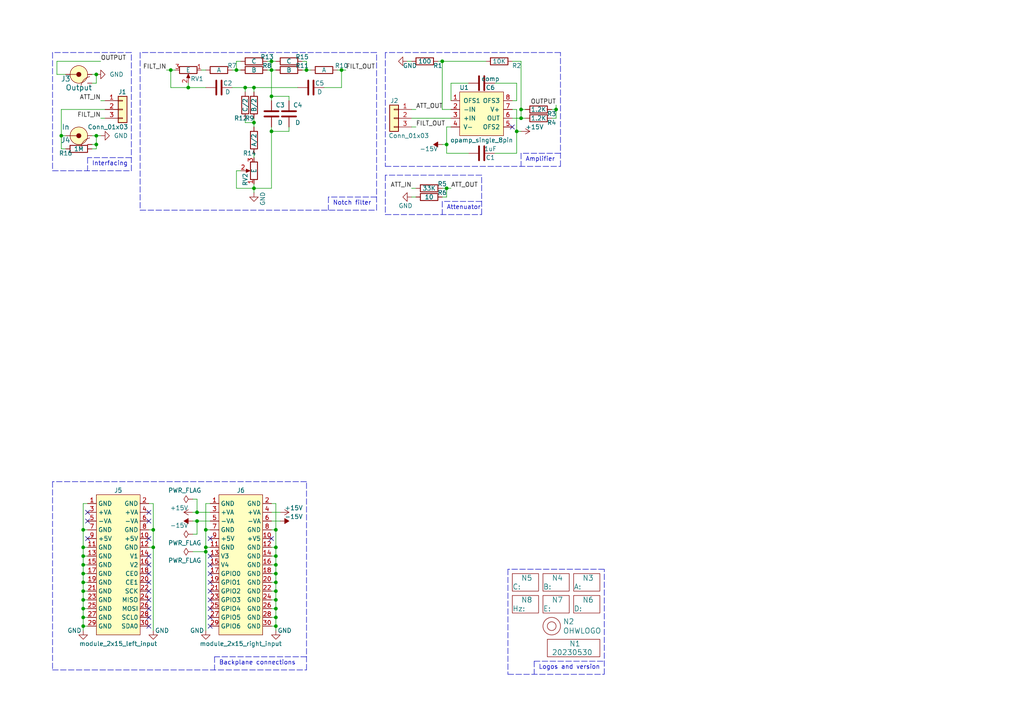
<source format=kicad_sch>
(kicad_sch (version 20211123) (generator eeschema)
  (paper "A4")
  (lib_symbols
    (symbol "Connector_Generic:Conn_01x03" (pin_names (offset 1.016) hide)
      (property "Reference" "J" (at 0 5.08 0))
      (property "Value" "Conn_01x03" (at 0 -5.08 0))
      (symbol "Conn_01x03_1_1"
        (rectangle (start -1.27 -2.413) (end 0 -2.667) (stroke (width 0.1524)))
        (rectangle (start -1.27 0.127) (end 0 -0.127) (stroke (width 0.1524)))
        (rectangle (start -1.27 2.667) (end 0 2.413) (stroke (width 0.1524)))
        (rectangle (start -1.27 3.81) (end 1.27 -3.81) (stroke (width 0.254)) (fill (type background)))
        (pin passive line (at -5.08 2.54 0) (length 3.81) (name "Pin_1") (number "1"))
        (pin passive line (at -5.08 0 0) (length 3.81) (name "Pin_2") (number "2"))
        (pin passive line (at -5.08 -2.54 0) (length 3.81) (name "Pin_3") (number "3"))
      )
    )
    (symbol "Device:C" (pin_numbers hide) (pin_names (offset 0.254))
      (property "Reference" "C" (at 0.635 2.54 0))
      (property "Value" "C" (at 0.635 -2.54 0))
      (symbol "C_0_1"
        (polyline (pts (xy -2.032 -0.762) (xy 2.032 -0.762)) (stroke (width 0.508)))
        (polyline (pts (xy -2.032 0.762) (xy 2.032 0.762)) (stroke (width 0.508)))
      )
      (symbol "C_1_1"
        (pin passive line (at 0 3.81 270) (length 2.794) (name "~") (number "1"))
        (pin passive line (at 0 -3.81 90) (length 2.794) (name "~") (number "2"))
      )
    )
    (symbol "Device:R" (pin_numbers hide) (pin_names (offset 0))
      (property "Reference" "R" (at 2.032 0 90))
      (property "Value" "R" (at 0 0 90))
      (symbol "R_0_1"
        (rectangle (start -1.016 -2.54) (end 1.016 2.54) (stroke (width 0.254)))
      )
      (symbol "R_1_1"
        (pin passive line (at 0 3.81 270) (length 1.27) (name "~") (number "1"))
        (pin passive line (at 0 -3.81 90) (length 1.27) (name "~") (number "2"))
      )
    )
    (symbol "Device:R_Potentiometer" (pin_names (offset 1.016) hide)
      (property "Reference" "RV" (at -4.445 0 90))
      (property "Value" "R_Potentiometer" (at -2.54 0 90))
      (symbol "R_Potentiometer_0_1"
        (polyline (pts (xy 2.54 0) (xy 1.524 0)))
        (polyline (pts (xy 1.143 0) (xy 2.286 0.508) (xy 2.286 -0.508) (xy 1.143 0)) (fill (type outline)))
        (rectangle (start 1.016 2.54) (end -1.016 -2.54) (stroke (width 0.254)))
      )
      (symbol "R_Potentiometer_1_1"
        (pin passive line (at 0 3.81 270) (length 1.27) (name "1") (number "1"))
        (pin passive line (at 3.81 0 180) (length 1.27) (name "2") (number "2"))
        (pin passive line (at 0 -3.81 90) (length 1.27) (name "3") (number "3"))
      )
    )
    (symbol "SquantorConnectors:Coax_shielded" (pin_numbers hide) (pin_names (offset 1.016) hide)
      (property "Reference" "J" (at 0 3.81 0))
      (property "Value" "Coax_shielded" (at 0 -5.715 0))
      (symbol "Coax_shielded_0_1"
        (polyline (pts (xy -2.54 0) (xy 0 0)))
        (circle (center 0 0) (radius 0.635) (fill (type outline)))
        (circle (center 0 0) (radius 2.54) (fill (type background)))
        (arc (start 3.175 -0.635) (mid -2.2681 2.2681) (end 0.635 -3.175))
      )
      (symbol "Coax_shielded_1_1"
        (pin passive line (at -3.81 0 0) (length 1.27) (name "~") (number "1"))
        (pin passive line (at 3.81 0 180) (length 1.27) (name "~") (number "2"))
        (pin passive line (at 3.81 -2.54 180) (length 1.27) (name "~") (number "S"))
      )
    )
    (symbol "SquantorConnectorsNamed:module_2x15_left_input"
      (property "Reference" "J" (at 0 21.59 0))
      (property "Value" "module_2x15_left_input" (at 0 -21.59 0))
      (symbol "module_2x15_left_input_0_1"
        (rectangle (start -6.35 20.32) (end 6.35 -20.32) (fill (type background)))
      )
      (symbol "module_2x15_left_input_1_1"
        (pin power_in line (at -8.89 17.78 0) (length 2.54) (name "GND") (number "1"))
        (pin power_in line (at 8.89 7.62 180) (length 2.54) (name "+5V") (number "10"))
        (pin power_in line (at -8.89 5.08 0) (length 2.54) (name "GND") (number "11"))
        (pin power_in line (at 8.89 5.08 180) (length 2.54) (name "GND") (number "12"))
        (pin power_in line (at -8.89 2.54 0) (length 2.54) (name "GND") (number "13"))
        (pin power_in line (at 8.89 2.54 180) (length 2.54) (name "V1") (number "14"))
        (pin power_in line (at -8.89 0 0) (length 2.54) (name "GND") (number "15"))
        (pin power_in line (at 8.89 0 180) (length 2.54) (name "V2") (number "16"))
        (pin power_in line (at -8.89 -2.54 0) (length 2.54) (name "GND") (number "17"))
        (pin input line (at 8.89 -2.54 180) (length 2.54) (name "CE0") (number "18"))
        (pin power_in line (at -8.89 -5.08 0) (length 2.54) (name "GND") (number "19"))
        (pin power_in line (at 8.89 17.78 180) (length 2.54) (name "GND") (number "2"))
        (pin input line (at 8.89 -5.08 180) (length 2.54) (name "CE1") (number "20"))
        (pin power_in line (at -8.89 -7.62 0) (length 2.54) (name "GND") (number "21"))
        (pin input line (at 8.89 -7.62 180) (length 2.54) (name "SCK") (number "22"))
        (pin power_in line (at -8.89 -10.16 0) (length 2.54) (name "GND") (number "23"))
        (pin bidirectional line (at 8.89 -10.16 180) (length 2.54) (name "MISO") (number "24"))
        (pin power_in line (at -8.89 -12.7 0) (length 2.54) (name "GND") (number "25"))
        (pin input line (at 8.89 -12.7 180) (length 2.54) (name "MOSI") (number "26"))
        (pin power_in line (at -8.89 -15.24 0) (length 2.54) (name "GND") (number "27"))
        (pin bidirectional line (at 8.89 -15.24 180) (length 2.54) (name "SCL0") (number "28"))
        (pin power_in line (at -8.89 -17.78 0) (length 2.54) (name "GND") (number "29"))
        (pin power_in line (at -8.89 15.24 0) (length 2.54) (name "+VA") (number "3"))
        (pin bidirectional line (at 8.89 -17.78 180) (length 2.54) (name "SDA0") (number "30"))
        (pin power_in line (at 8.89 15.24 180) (length 2.54) (name "+VA") (number "4"))
        (pin power_in line (at -8.89 12.7 0) (length 2.54) (name "-VA") (number "5"))
        (pin power_in line (at 8.89 12.7 180) (length 2.54) (name "-VA") (number "6"))
        (pin power_in line (at -8.89 10.16 0) (length 2.54) (name "GND") (number "7"))
        (pin power_in line (at 8.89 10.16 180) (length 2.54) (name "GND") (number "8"))
        (pin power_in line (at -8.89 7.62 0) (length 2.54) (name "+5V") (number "9"))
      )
    )
    (symbol "SquantorConnectorsNamed:module_2x15_right_input"
      (property "Reference" "J" (at 0 19.05 0))
      (property "Value" "module_2x15_right_input" (at 0 -24.13 0))
      (symbol "module_2x15_right_input_0_1"
        (rectangle (start -6.35 17.78) (end 6.35 -22.86) (fill (type background)))
      )
      (symbol "module_2x15_right_input_1_1"
        (pin power_in line (at -8.89 15.24 0) (length 2.54) (name "GND") (number "1"))
        (pin power_in line (at 8.89 5.08 180) (length 2.54) (name "+V5") (number "10"))
        (pin power_in line (at -8.89 2.54 0) (length 2.54) (name "GND") (number "11"))
        (pin power_in line (at 8.89 2.54 180) (length 2.54) (name "GND") (number "12"))
        (pin power_in line (at -8.89 0 0) (length 2.54) (name "V3") (number "13"))
        (pin power_in line (at 8.89 0 180) (length 2.54) (name "GND") (number "14"))
        (pin power_in line (at -8.89 -2.54 0) (length 2.54) (name "V4") (number "15"))
        (pin power_in line (at 8.89 -2.54 180) (length 2.54) (name "GND") (number "16"))
        (pin bidirectional line (at -8.89 -5.08 0) (length 2.54) (name "GPIO0") (number "17"))
        (pin power_in line (at 8.89 -5.08 180) (length 2.54) (name "GND") (number "18"))
        (pin bidirectional line (at -8.89 -7.62 0) (length 2.54) (name "GPIO1") (number "19"))
        (pin power_in line (at 8.89 15.24 180) (length 2.54) (name "GND") (number "2"))
        (pin power_in line (at 8.89 -7.62 180) (length 2.54) (name "GND") (number "20"))
        (pin bidirectional line (at -8.89 -10.16 0) (length 2.54) (name "GPIO2") (number "21"))
        (pin power_in line (at 8.89 -10.16 180) (length 2.54) (name "GND") (number "22"))
        (pin bidirectional line (at -8.89 -12.7 0) (length 2.54) (name "GPIO3") (number "23"))
        (pin power_in line (at 8.89 -12.7 180) (length 2.54) (name "GND") (number "24"))
        (pin bidirectional line (at -8.89 -15.24 0) (length 2.54) (name "GPIO4") (number "25"))
        (pin power_in line (at 8.89 -15.24 180) (length 2.54) (name "GND") (number "26"))
        (pin bidirectional line (at -8.89 -17.78 0) (length 2.54) (name "GPIO5") (number "27"))
        (pin power_in line (at 8.89 -17.78 180) (length 2.54) (name "GND") (number "28"))
        (pin bidirectional line (at -8.89 -20.32 0) (length 2.54) (name "GPIO6") (number "29"))
        (pin power_in line (at -8.89 12.7 0) (length 2.54) (name "+VA") (number "3"))
        (pin power_in line (at 8.89 -20.32 180) (length 2.54) (name "GND") (number "30"))
        (pin power_in line (at 8.89 12.7 180) (length 2.54) (name "+VA") (number "4"))
        (pin power_in line (at -8.89 10.16 0) (length 2.54) (name "-VA") (number "5"))
        (pin power_in line (at 8.89 10.16 180) (length 2.54) (name "-VA") (number "6"))
        (pin power_in line (at -8.89 7.62 0) (length 2.54) (name "GND") (number "7"))
        (pin power_in line (at 8.89 7.62 180) (length 2.54) (name "GND") (number "8"))
        (pin power_in line (at -8.89 5.08 0) (length 2.54) (name "+5V") (number "9"))
      )
    )
    (symbol "SquantorGenericAnalog:opamp_single_8pin" (pin_names (offset 1.016))
      (property "Reference" "U" (at 0 7.62 0))
      (property "Value" "opamp_single_8pin" (at 0 -7.62 0))
      (symbol "opamp_single_8pin_0_1"
        (rectangle (start -6.35 6.35) (end 6.35 -6.35) (fill (type background)))
      )
      (symbol "opamp_single_8pin_1_1"
        (pin input line (at -8.89 3.81 0) (length 2.54) (name "OFS1") (number "1"))
        (pin input line (at -8.89 1.27 0) (length 2.54) (name "-IN") (number "2"))
        (pin input line (at -8.89 -1.27 0) (length 2.54) (name "+IN") (number "3"))
        (pin power_in line (at -8.89 -3.81 0) (length 2.54) (name "V-") (number "4"))
        (pin input line (at 8.89 -3.81 180) (length 2.54) (name "OFS2") (number "5"))
        (pin output line (at 8.89 -1.27 180) (length 2.54) (name "OUT") (number "6"))
        (pin power_in line (at 8.89 1.27 180) (length 2.54) (name "V+") (number "7"))
        (pin input line (at 8.89 3.81 180) (length 2.54) (name "OFS3") (number "8"))
      )
    )
    (symbol "SquantorLabels:Label" (pin_names (offset 1.016))
      (property "Reference" "N" (at 0 1.27 0))
      (property "Value" "Label" (at 0 -1.27 0))
      (symbol "Label_0_1"
        (rectangle (start -3.81 2.54) (end 3.81 -2.54))
      )
    )
    (symbol "SquantorLabels:OHWLOGO" (pin_names (offset 1.016))
      (property "Reference" "N" (at 0 3.81 0))
      (property "Value" "OHWLOGO" (at 0 -3.81 0))
      (symbol "OHWLOGO_0_1"
        (circle (center 0 0) (radius 1.27))
        (circle (center 0 0) (radius 2.54))
      )
    )
    (symbol "SquantorLabels:VYYYYMMDD" (pin_names (offset 1.016))
      (property "Reference" "N" (at 0 2.54 0))
      (property "Value" "VYYYYMMDD" (at 0 0 0))
      (symbol "VYYYYMMDD_0_1"
        (rectangle (start 7.62 -1.27) (end -7.62 3.81))
      )
    )
    (symbol "power:+15V" (power) (pin_names (offset 0))
      (property "Value" "+15V" (at 0 3.556 0))
      (symbol "+15V_0_1"
        (polyline (pts (xy -0.762 1.27) (xy 0 2.54)))
        (polyline (pts (xy 0 0) (xy 0 2.54)))
        (polyline (pts (xy 0 2.54) (xy 0.762 1.27)))
      )
      (symbol "+15V_1_1"
        (pin power_in line (at 0 0 90) (length 0) hide (name "+15V") (number "1"))
      )
    )
    (symbol "power:-15V" (power) (pin_names (offset 0))
      (property "Value" "-15V" (at 0 3.81 0))
      (symbol "-15V_0_0"
        (pin power_in line (at 0 0 90) (length 0) hide (name "-15V") (number "1"))
      )
      (symbol "-15V_0_1"
        (polyline (pts (xy 0 0) (xy 0 1.27) (xy 0.762 1.27) (xy 0 2.54) (xy -0.762 1.27) (xy 0 1.27)) (fill (type outline)))
      )
    )
    (symbol "power:GND" (power) (pin_names (offset 0))
      (property "Value" "GND" (at 0 -3.81 0))
      (symbol "GND_0_1"
        (polyline (pts (xy 0 0) (xy 0 -1.27) (xy 1.27 -1.27) (xy 0 -2.54) (xy -1.27 -1.27) (xy 0 -1.27)))
      )
      (symbol "GND_1_1"
        (pin power_in line (at 0 0 270) (length 0) hide (name "GND") (number "1"))
      )
    )
    (symbol "power:PWR_FLAG" (power) (pin_numbers hide) (pin_names (offset 0) hide)
      (property "Value" "PWR_FLAG" (at 0 3.81 0))
      (symbol "PWR_FLAG_0_0"
        (pin power_out line (at 0 0 90) (length 0) (name "pwr") (number "1"))
      )
      (symbol "PWR_FLAG_0_1"
        (polyline (pts (xy 0 0) (xy 0 1.27) (xy -1.016 1.905) (xy 0 2.54) (xy 1.016 1.905) (xy 0 1.27)))
      )
    )
  )
  (junction (at 151.13 31.75))
  (junction (at 151.13 34.29))
  (junction (at 73.66 25.4))
  (junction (at 78.74 38.1))
  (junction (at 80.01 166.37))
  (junction (at 24.13 168.91))
  (junction (at 27.94 39.37))
  (junction (at 49.53 20.32))
  (junction (at 80.01 176.53))
  (junction (at 24.13 181.61))
  (junction (at 128.27 17.78))
  (junction (at 80.01 158.75))
  (junction (at 59.69 153.67))
  (junction (at 59.69 160.02))
  (junction (at 78.74 20.32))
  (junction (at 54.61 25.4))
  (junction (at 24.13 176.53))
  (junction (at 71.12 25.4))
  (junction (at 24.13 166.37))
  (junction (at 80.01 168.91))
  (junction (at 44.45 153.67))
  (junction (at 24.13 179.07))
  (junction (at 78.74 17.78))
  (junction (at 80.01 181.61))
  (junction (at 57.15 148.59))
  (junction (at 80.01 153.67))
  (junction (at 149.86 38.1))
  (junction (at 88.9 20.32))
  (junction (at 24.13 163.83))
  (junction (at 24.13 173.99))
  (junction (at 80.01 163.83))
  (junction (at 24.13 153.67))
  (junction (at 80.01 171.45))
  (junction (at 80.01 179.07))
  (junction (at 17.78 39.37))
  (junction (at 27.94 41.91))
  (junction (at 24.13 161.29))
  (junction (at 129.54 41.91))
  (junction (at 80.01 173.99))
  (junction (at 24.13 158.75))
  (junction (at 99.06 20.32))
  (junction (at 129.54 54.61))
  (junction (at 59.69 158.75))
  (junction (at 161.29 31.75))
  (junction (at 73.66 35.56))
  (junction (at 24.13 171.45))
  (junction (at 73.66 54.61))
  (junction (at 27.94 21.59))
  (junction (at 68.58 20.32))
  (junction (at 44.45 158.75))
  (junction (at 80.01 161.29))
  (junction (at 57.15 151.13))
  (junction (at 78.74 27.94))
  (no_connect (at 25.4 156.21))
  (no_connect (at 60.96 156.21))
  (no_connect (at 43.18 156.21))
  (no_connect (at 43.18 181.61))
  (no_connect (at 25.4 151.13))
  (no_connect (at 43.18 168.91))
  (no_connect (at 43.18 176.53))
  (no_connect (at 60.96 173.99))
  (no_connect (at 60.96 171.45))
  (no_connect (at 43.18 161.29))
  (no_connect (at 148.59 36.83))
  (no_connect (at 43.18 179.07))
  (no_connect (at 43.18 166.37))
  (no_connect (at 60.96 181.61))
  (no_connect (at 60.96 163.83))
  (no_connect (at 43.18 148.59))
  (no_connect (at 43.18 171.45))
  (no_connect (at 60.96 166.37))
  (no_connect (at 60.96 161.29))
  (no_connect (at 60.96 168.91))
  (no_connect (at 43.18 173.99))
  (no_connect (at 60.96 176.53))
  (no_connect (at 60.96 179.07))
  (no_connect (at 78.74 156.21))
  (no_connect (at 43.18 163.83))
  (no_connect (at 25.4 148.59))
  (no_connect (at 43.18 151.13))
  (wire (pts (xy 151.13 31.75) (xy 152.4 31.75)))
  (wire (pts (xy 87.63 20.32) (xy 88.9 20.32)))
  (wire (pts (xy 149.86 44.45) (xy 143.51 44.45)))
  (wire (pts (xy 60.96 146.05) (xy 59.69 146.05)))
  (wire (pts (xy 67.31 25.4) (xy 71.12 25.4)))
  (wire (pts (xy 78.74 27.94) (xy 78.74 29.21)))
  (wire (pts (xy 149.86 24.13) (xy 149.86 29.21)))
  (wire (pts (xy 24.13 158.75) (xy 25.4 158.75)))
  (wire (pts (xy 83.82 29.21) (xy 83.82 27.94)))
  (polyline (pts (xy 62.23 190.5) (xy 62.23 194.31)))
  (wire (pts (xy 119.38 54.61) (xy 120.65 54.61)))
  (wire (pts (xy 26.67 39.37) (xy 27.94 39.37)))
  (wire (pts (xy 55.88 160.02) (xy 59.69 160.02)))
  (wire (pts (xy 26.67 43.18) (xy 27.94 43.18)))
  (wire (pts (xy 19.05 39.37) (xy 17.78 39.37)))
  (wire (pts (xy 127 17.78) (xy 128.27 17.78)))
  (wire (pts (xy 149.86 29.21) (xy 148.59 29.21)))
  (wire (pts (xy 44.45 153.67) (xy 44.45 158.75)))
  (wire (pts (xy 151.13 31.75) (xy 151.13 34.29)))
  (wire (pts (xy 78.74 20.32) (xy 78.74 27.94)))
  (wire (pts (xy 73.66 34.29) (xy 73.66 35.56)))
  (wire (pts (xy 69.85 49.53) (xy 68.58 49.53)))
  (wire (pts (xy 78.74 20.32) (xy 80.01 20.32)))
  (wire (pts (xy 55.88 144.78) (xy 57.15 144.78)))
  (wire (pts (xy 80.01 158.75) (xy 80.01 161.29)))
  (polyline (pts (xy 88.9 190.5) (xy 62.23 190.5)))
  (polyline (pts (xy 88.9 139.7) (xy 15.24 139.7)))
  (polyline (pts (xy 109.22 60.96) (xy 109.22 15.24)))
  (polyline (pts (xy 147.32 165.1) (xy 147.32 195.58)))
  (wire (pts (xy 17.78 43.18) (xy 19.05 43.18)))
  (wire (pts (xy 119.38 34.29) (xy 130.81 34.29)))
  (wire (pts (xy 130.81 24.13) (xy 130.81 29.21)))
  (wire (pts (xy 119.38 57.15) (xy 120.65 57.15)))
  (wire (pts (xy 55.88 151.13) (xy 57.15 151.13)))
  (polyline (pts (xy 175.26 165.1) (xy 147.32 165.1)))
  (wire (pts (xy 83.82 38.1) (xy 83.82 36.83)))
  (wire (pts (xy 73.66 54.61) (xy 73.66 55.88)))
  (wire (pts (xy 55.88 148.59) (xy 57.15 148.59)))
  (wire (pts (xy 78.74 151.13) (xy 81.28 151.13)))
  (polyline (pts (xy 38.1 49.53) (xy 38.1 15.24)))
  (polyline (pts (xy 111.76 48.26) (xy 162.56 48.26)))
  (wire (pts (xy 27.94 39.37) (xy 29.21 39.37)))
  (wire (pts (xy 44.45 158.75) (xy 44.45 182.88)))
  (wire (pts (xy 24.13 173.99) (xy 25.4 173.99)))
  (wire (pts (xy 129.54 44.45) (xy 135.89 44.45)))
  (wire (pts (xy 78.74 161.29) (xy 80.01 161.29)))
  (wire (pts (xy 78.74 153.67) (xy 80.01 153.67)))
  (polyline (pts (xy 88.9 194.31) (xy 88.9 139.7)))
  (polyline (pts (xy 15.24 139.7) (xy 15.24 194.31)))
  (wire (pts (xy 78.74 17.78) (xy 78.74 20.32)))
  (wire (pts (xy 16.51 21.59) (xy 16.51 17.78)))
  (wire (pts (xy 80.01 161.29) (xy 80.01 163.83)))
  (wire (pts (xy 88.9 20.32) (xy 90.17 20.32)))
  (wire (pts (xy 88.9 17.78) (xy 88.9 20.32)))
  (wire (pts (xy 57.15 144.78) (xy 57.15 148.59)))
  (wire (pts (xy 55.88 154.94) (xy 57.15 154.94)))
  (polyline (pts (xy 40.64 60.96) (xy 109.22 60.96)))
  (wire (pts (xy 148.59 31.75) (xy 149.86 31.75)))
  (polyline (pts (xy 109.22 15.24) (xy 40.64 15.24)))
  (wire (pts (xy 73.66 25.4) (xy 73.66 26.67)))
  (wire (pts (xy 27.94 21.59) (xy 27.94 24.13)))
  (wire (pts (xy 59.69 153.67) (xy 60.96 153.67)))
  (wire (pts (xy 80.01 181.61) (xy 80.01 182.88)))
  (wire (pts (xy 78.74 173.99) (xy 80.01 173.99)))
  (wire (pts (xy 27.94 43.18) (xy 27.94 41.91)))
  (wire (pts (xy 24.13 171.45) (xy 24.13 173.99)))
  (wire (pts (xy 77.47 17.78) (xy 78.74 17.78)))
  (wire (pts (xy 161.29 34.29) (xy 160.02 34.29)))
  (wire (pts (xy 78.74 38.1) (xy 78.74 54.61)))
  (wire (pts (xy 24.13 181.61) (xy 25.4 181.61)))
  (wire (pts (xy 44.45 146.05) (xy 44.45 153.67)))
  (polyline (pts (xy 15.24 194.31) (xy 88.9 194.31)))
  (wire (pts (xy 130.81 36.83) (xy 129.54 36.83)))
  (wire (pts (xy 43.18 153.67) (xy 44.45 153.67)))
  (wire (pts (xy 78.74 36.83) (xy 78.74 38.1)))
  (wire (pts (xy 59.69 153.67) (xy 59.69 158.75)))
  (wire (pts (xy 24.13 161.29) (xy 24.13 163.83)))
  (wire (pts (xy 24.13 168.91) (xy 25.4 168.91)))
  (wire (pts (xy 26.67 21.59) (xy 27.94 21.59)))
  (wire (pts (xy 71.12 35.56) (xy 71.12 34.29)))
  (wire (pts (xy 24.13 158.75) (xy 24.13 161.29)))
  (wire (pts (xy 73.66 53.34) (xy 73.66 54.61)))
  (wire (pts (xy 24.13 163.83) (xy 25.4 163.83)))
  (wire (pts (xy 17.78 39.37) (xy 17.78 43.18)))
  (wire (pts (xy 78.74 166.37) (xy 80.01 166.37)))
  (wire (pts (xy 118.11 17.78) (xy 119.38 17.78)))
  (wire (pts (xy 68.58 17.78) (xy 68.58 20.32)))
  (polyline (pts (xy 139.7 62.23) (xy 139.7 50.8)))
  (wire (pts (xy 24.13 176.53) (xy 24.13 179.07)))
  (wire (pts (xy 78.74 171.45) (xy 80.01 171.45)))
  (polyline (pts (xy 151.13 44.45) (xy 151.13 48.26)))
  (wire (pts (xy 68.58 54.61) (xy 73.66 54.61)))
  (wire (pts (xy 78.74 179.07) (xy 80.01 179.07)))
  (wire (pts (xy 149.86 31.75) (xy 149.86 38.1)))
  (wire (pts (xy 59.69 160.02) (xy 59.69 182.88)))
  (wire (pts (xy 148.59 17.78) (xy 151.13 17.78)))
  (polyline (pts (xy 109.22 57.15) (xy 95.25 57.15)))
  (wire (pts (xy 68.58 49.53) (xy 68.58 54.61)))
  (wire (pts (xy 24.13 176.53) (xy 25.4 176.53)))
  (wire (pts (xy 129.54 54.61) (xy 130.81 54.61)))
  (wire (pts (xy 80.01 146.05) (xy 80.01 153.67)))
  (wire (pts (xy 77.47 20.32) (xy 78.74 20.32)))
  (wire (pts (xy 129.54 41.91) (xy 129.54 44.45)))
  (wire (pts (xy 119.38 31.75) (xy 120.65 31.75)))
  (wire (pts (xy 128.27 41.91) (xy 129.54 41.91)))
  (polyline (pts (xy 154.94 191.77) (xy 154.94 195.58)))
  (wire (pts (xy 80.01 171.45) (xy 80.01 173.99)))
  (wire (pts (xy 54.61 25.4) (xy 49.53 25.4)))
  (polyline (pts (xy 40.64 15.24) (xy 40.64 60.96)))
  (polyline (pts (xy 128.27 58.42) (xy 128.27 62.23)))
  (wire (pts (xy 24.13 179.07) (xy 24.13 181.61)))
  (polyline (pts (xy 162.56 48.26) (xy 162.56 15.24)))
  (wire (pts (xy 160.02 31.75) (xy 161.29 31.75)))
  (wire (pts (xy 143.51 24.13) (xy 149.86 24.13)))
  (wire (pts (xy 57.15 148.59) (xy 60.96 148.59)))
  (wire (pts (xy 24.13 171.45) (xy 25.4 171.45)))
  (polyline (pts (xy 162.56 15.24) (xy 111.76 15.24)))
  (polyline (pts (xy 38.1 45.72) (xy 25.4 45.72)))
  (wire (pts (xy 25.4 146.05) (xy 24.13 146.05)))
  (wire (pts (xy 135.89 24.13) (xy 130.81 24.13)))
  (wire (pts (xy 67.31 20.32) (xy 68.58 20.32)))
  (wire (pts (xy 71.12 25.4) (xy 73.66 25.4)))
  (wire (pts (xy 161.29 31.75) (xy 161.29 34.29)))
  (polyline (pts (xy 162.56 44.45) (xy 151.13 44.45)))
  (wire (pts (xy 128.27 54.61) (xy 129.54 54.61)))
  (wire (pts (xy 151.13 34.29) (xy 152.4 34.29)))
  (wire (pts (xy 73.66 44.45) (xy 73.66 45.72)))
  (wire (pts (xy 48.26 20.32) (xy 49.53 20.32)))
  (polyline (pts (xy 139.7 58.42) (xy 128.27 58.42)))
  (wire (pts (xy 17.78 31.75) (xy 17.78 39.37)))
  (polyline (pts (xy 15.24 15.24) (xy 15.24 49.53)))
  (wire (pts (xy 57.15 151.13) (xy 60.96 151.13)))
  (wire (pts (xy 128.27 17.78) (xy 140.97 17.78)))
  (wire (pts (xy 73.66 25.4) (xy 86.36 25.4)))
  (polyline (pts (xy 25.4 45.72) (xy 25.4 49.53)))
  (wire (pts (xy 78.74 168.91) (xy 80.01 168.91)))
  (polyline (pts (xy 95.25 57.15) (xy 95.25 60.96)))
  (wire (pts (xy 99.06 20.32) (xy 99.06 25.4)))
  (wire (pts (xy 80.01 176.53) (xy 80.01 179.07)))
  (wire (pts (xy 58.42 20.32) (xy 59.69 20.32)))
  (wire (pts (xy 16.51 17.78) (xy 29.21 17.78)))
  (wire (pts (xy 78.74 17.78) (xy 80.01 17.78)))
  (wire (pts (xy 83.82 27.94) (xy 78.74 27.94)))
  (wire (pts (xy 43.18 146.05) (xy 44.45 146.05)))
  (wire (pts (xy 30.48 31.75) (xy 17.78 31.75)))
  (wire (pts (xy 49.53 20.32) (xy 50.8 20.32)))
  (wire (pts (xy 73.66 54.61) (xy 78.74 54.61)))
  (polyline (pts (xy 15.24 49.53) (xy 38.1 49.53)))
  (wire (pts (xy 59.69 158.75) (xy 59.69 160.02)))
  (wire (pts (xy 87.63 17.78) (xy 88.9 17.78)))
  (wire (pts (xy 80.01 166.37) (xy 80.01 168.91)))
  (wire (pts (xy 59.69 146.05) (xy 59.69 153.67)))
  (wire (pts (xy 29.21 34.29) (xy 30.48 34.29)))
  (wire (pts (xy 80.01 168.91) (xy 80.01 171.45)))
  (wire (pts (xy 24.13 181.61) (xy 24.13 182.88)))
  (polyline (pts (xy 111.76 62.23) (xy 139.7 62.23)))
  (wire (pts (xy 78.74 181.61) (xy 80.01 181.61)))
  (wire (pts (xy 78.74 146.05) (xy 80.01 146.05)))
  (wire (pts (xy 78.74 38.1) (xy 83.82 38.1)))
  (wire (pts (xy 24.13 163.83) (xy 24.13 166.37)))
  (wire (pts (xy 78.74 176.53) (xy 80.01 176.53)))
  (wire (pts (xy 129.54 57.15) (xy 129.54 54.61)))
  (polyline (pts (xy 175.26 195.58) (xy 175.26 165.1)))
  (wire (pts (xy 78.74 158.75) (xy 80.01 158.75)))
  (polyline (pts (xy 147.32 195.58) (xy 175.26 195.58)))
  (polyline (pts (xy 38.1 15.24) (xy 15.24 15.24)))
  (wire (pts (xy 24.13 179.07) (xy 25.4 179.07)))
  (wire (pts (xy 24.13 153.67) (xy 24.13 158.75)))
  (wire (pts (xy 119.38 36.83) (xy 120.65 36.83)))
  (wire (pts (xy 73.66 36.83) (xy 73.66 35.56)))
  (wire (pts (xy 68.58 20.32) (xy 69.85 20.32)))
  (wire (pts (xy 80.01 153.67) (xy 80.01 158.75)))
  (wire (pts (xy 148.59 34.29) (xy 151.13 34.29)))
  (wire (pts (xy 24.13 166.37) (xy 24.13 168.91)))
  (wire (pts (xy 29.21 29.21) (xy 30.48 29.21)))
  (polyline (pts (xy 111.76 50.8) (xy 111.76 62.23)))
  (wire (pts (xy 71.12 25.4) (xy 71.12 26.67)))
  (wire (pts (xy 69.85 17.78) (xy 68.58 17.78)))
  (wire (pts (xy 149.86 38.1) (xy 151.13 38.1)))
  (wire (pts (xy 24.13 153.67) (xy 25.4 153.67)))
  (wire (pts (xy 99.06 20.32) (xy 100.33 20.32)))
  (wire (pts (xy 54.61 25.4) (xy 59.69 25.4)))
  (wire (pts (xy 80.01 163.83) (xy 80.01 166.37)))
  (wire (pts (xy 24.13 166.37) (xy 25.4 166.37)))
  (wire (pts (xy 19.05 21.59) (xy 16.51 21.59)))
  (wire (pts (xy 128.27 31.75) (xy 128.27 17.78)))
  (wire (pts (xy 130.81 31.75) (xy 128.27 31.75)))
  (wire (pts (xy 73.66 35.56) (xy 71.12 35.56)))
  (wire (pts (xy 57.15 154.94) (xy 57.15 151.13)))
  (wire (pts (xy 129.54 36.83) (xy 129.54 41.91)))
  (wire (pts (xy 24.13 146.05) (xy 24.13 153.67)))
  (wire (pts (xy 78.74 163.83) (xy 80.01 163.83)))
  (wire (pts (xy 54.61 24.13) (xy 54.61 25.4)))
  (wire (pts (xy 161.29 31.75) (xy 161.29 30.48)))
  (wire (pts (xy 93.98 25.4) (xy 99.06 25.4)))
  (wire (pts (xy 80.01 173.99) (xy 80.01 176.53)))
  (wire (pts (xy 128.27 57.15) (xy 129.54 57.15)))
  (wire (pts (xy 78.74 148.59) (xy 81.28 148.59)))
  (polyline (pts (xy 111.76 15.24) (xy 111.76 48.26)))
  (wire (pts (xy 27.94 41.91) (xy 27.94 39.37)))
  (wire (pts (xy 97.79 20.32) (xy 99.06 20.32)))
  (wire (pts (xy 43.18 158.75) (xy 44.45 158.75)))
  (wire (pts (xy 27.94 24.13) (xy 26.67 24.13)))
  (wire (pts (xy 49.53 25.4) (xy 49.53 20.32)))
  (polyline (pts (xy 139.7 50.8) (xy 111.76 50.8)))
  (polyline (pts (xy 154.94 191.77) (xy 175.26 191.77)))
  (wire (pts (xy 151.13 17.78) (xy 151.13 31.75)))
  (wire (pts (xy 59.69 158.75) (xy 60.96 158.75)))
  (wire (pts (xy 24.13 168.91) (xy 24.13 171.45)))
  (wire (pts (xy 24.13 161.29) (xy 25.4 161.29)))
  (wire (pts (xy 149.86 38.1) (xy 149.86 44.45)))
  (wire (pts (xy 80.01 179.07) (xy 80.01 181.61)))
  (wire (pts (xy 24.13 173.99) (xy 24.13 176.53)))
  (wire (pts (xy 26.67 41.91) (xy 27.94 41.91)))
  (text "Logos and version" (at 156.21 194.31 0) (effects (font (size 1.27 1.27)) (justify left bottom)))
  (text "Amplifier" (at 152.4 46.99 0) (effects (font (size 1.27 1.27)) (justify left bottom)))
  (text "Backplane connections" (at 63.5 193.04 0) (effects (font (size 1.27 1.27)) (justify left bottom)))
  (text "Attenuator" (at 129.54 60.96 0) (effects (font (size 1.27 1.27)) (justify left bottom)))
  (text "Interfacing" (at 26.67 48.26 0) (effects (font (size 1.27 1.27)) (justify left bottom)))
  (text "Notch filter" (at 96.52 59.69 0) (effects (font (size 1.27 1.27)) (justify left bottom)))
  (label "ATT_IN" (at 119.38 54.61 180))
  (label "OUTPUT" (at 161.29 30.48 180))
  (label "ATT_IN" (at 29.21 29.21 180))
  (label "FILT_OUT" (at 100.33 20.32 0))
  (label "ATT_OUT" (at 120.65 31.75 0))
  (label "FILT_OUT" (at 120.65 36.83 0))
  (label "FILT_IN" (at 29.21 34.29 180))
  (label "FILT_IN" (at 48.26 20.32 180))
  (label "OUTPUT" (at 29.21 17.78 0))
  (label "ATT_OUT" (at 130.81 54.61 0))
  (symbol (lib_id "SquantorLabels:VYYYYMMDD") (at 166.37 189.23 0) (unit 1)
    (property "Reference" "N1" (at 165.1 186.69 0) (effects (font (size 1.524 1.524)) (justify left)))
    (property "Value" "20230530" (at 160.02 189.23 0) (effects (font (size 1.524 1.524)) (justify left)))
    (property "Footprint" "SquantorLabels:Label_Generic" (effects hide))
  )
  (symbol (lib_id "SquantorLabels:OHWLOGO") (at 160.02 181.61 0) (unit 1)
    (property "Reference" "N2" (at 163.2712 180.2638 0) (effects (font (size 1.524 1.524)) (justify left)))
    (property "Value" "OHWLOGO" (at 163.2712 182.9562 0) (effects (font (size 1.524 1.524)) (justify left)))
    (property "Footprint" "Symbol:OSHW-Symbol_6.7x6mm_SilkScreen" (effects hide))
  )
  (symbol (lib_id "power:+15V") (at 151.13 38.1 270) (unit 1)
    (property "Reference" "#PWR0115" (effects hide))
    (property "Value" "+15V" (at 152.4 36.83 90) (effects (justify left)))
  )
  (symbol (lib_id "power:+15V") (at 55.88 148.59 90) (unit 1)
    (property "Reference" "#PWR0110" (effects hide))
    (property "Value" "+15V" (at 54.61 147.32 90) (effects (justify left)))
  )
  (symbol (lib_id "Device:R") (at 144.78 17.78 90) (unit 1)
    (property "Reference" "R2" (at 149.86 19.05 90))
    (property "Value" "10K" (at 144.78 17.78 90))
    (property "Footprint" "SquantorRcl:R_0805+0603" (effects hide))
  )
  (symbol (lib_id "SquantorLabels:Label") (at 152.4 175.26 0) (unit 1)
    (property "Reference" "N8" (at 151.13 173.99 0) (effects (font (size 1.524 1.524)) (justify left)))
    (property "Value" "Hz:" (at 148.59 176.53 0) (effects (font (size 1.524 1.524)) (justify left)))
    (property "Footprint" "SquantorLabels:Label_Note_medium" (effects hide))
  )
  (symbol (lib_id "power:-15V") (at 81.28 151.13 270) (unit 1)
    (property "Reference" "#PWR0114" (effects hide))
    (property "Value" "-15V" (at 82.55 149.86 90) (effects (justify left)))
  )
  (symbol (lib_id "Device:R") (at 73.66 30.48 180) (unit 1)
    (property "Reference" "R9" (at 72.39 34.29 0))
    (property "Value" "B/2" (at 73.66 30.48 90))
    (property "Footprint" "SquantorRcl:R_0805+0603" (effects hide))
  )
  (symbol (lib_id "Device:C") (at 139.7 24.13 90) (unit 1)
    (property "Reference" "C6" (at 142.24 25.4 90))
    (property "Value" "comp" (at 142.24 22.86 90))
    (property "Footprint" "SquantorRcl:C_0805+0603" (effects hide))
  )
  (symbol (lib_id "Device:R") (at 73.66 40.64 180) (unit 1)
    (property "Reference" "R14" (at 72.39 44.45 0))
    (property "Value" "A/2" (at 73.66 40.64 90))
    (property "Footprint" "SquantorRcl:R_0805+0603" (effects hide))
  )
  (symbol (lib_id "Connector_Generic:Conn_01x03") (at 35.56 31.75 0) (unit 1)
    (property "Reference" "J1" (at 34.29 26.67 0) (effects (justify left)))
    (property "Value" "Conn_01x03" (at 25.4 36.83 0) (effects (justify left)))
    (property "Footprint" "Connector_JST:JST_PH_B3B-PH-K_1x03_P2.00mm_Vertical" (effects hide))
  )
  (symbol (lib_id "Device:R") (at 124.46 57.15 90) (unit 1)
    (property "Reference" "R6" (at 128.27 55.88 90))
    (property "Value" "10" (at 124.46 57.15 90))
    (property "Footprint" "SquantorRcl:R_0805+0603" (effects hide))
  )
  (symbol (lib_id "SquantorConnectorsNamed:module_2x15_right_input") (at 69.85 161.29 0) (unit 1)
    (property "Reference" "J6" (at 69.85 142.24 0))
    (property "Value" "module_2x15_right_input" (at 69.85 186.69 0))
    (property "Footprint" "Connector_PinHeader_2.54mm:PinHeader_2x15_P2.54mm_Vertical" (effects hide))
  )
  (symbol (lib_id "power:GND") (at 24.13 182.88 0) (unit 1)
    (property "Reference" "#PWR0103" (effects hide))
    (property "Value" "GND" (at 21.59 182.88 0))
  )
  (symbol (lib_id "Device:R_Potentiometer") (at 54.61 20.32 270) (unit 1)
    (property "Reference" "RV1" (at 57.15 22.86 90))
    (property "Value" "E" (at 54.61 20.32 90))
    (property "Footprint" "Potentiometer_THT:Potentiometer_Bourns_3296W_Vertical" (effects hide))
  )
  (symbol (lib_id "Device:R") (at 123.19 17.78 90) (unit 1)
    (property "Reference" "R1" (at 127 19.05 90))
    (property "Value" "100" (at 123.19 17.78 90))
    (property "Footprint" "SquantorRcl:R_0805+0603" (effects hide))
  )
  (symbol (lib_id "power:-15V") (at 55.88 151.13 90) (unit 1)
    (property "Reference" "#PWR0109" (effects hide))
    (property "Value" "-15V" (at 54.61 152.4 90) (effects (justify left)))
  )
  (symbol (lib_id "SquantorGenericAnalog:opamp_single_8pin") (at 139.7 33.02 0) (unit 1)
    (property "Reference" "U1" (at 134.62 25.4 0))
    (property "Value" "opamp_single_8pin" (at 139.7 40.64 0))
    (property "Footprint" "Package_DIP:DIP-8_W7.62mm_Socket" (effects hide))
  )
  (symbol (lib_id "power:GND") (at 27.94 21.59 90) (unit 1)
    (property "Reference" "#PWR0102" (effects hide))
    (property "Value" "GND" (at 31.75 21.5899 90) (effects (justify right)))
  )
  (symbol (lib_id "Device:R") (at 71.12 30.48 180) (unit 1)
    (property "Reference" "R12" (at 69.85 34.29 0))
    (property "Value" "C/2" (at 71.12 30.48 90))
    (property "Footprint" "SquantorRcl:R_0805+0603" (effects hide))
  )
  (symbol (lib_id "power:+15V") (at 81.28 148.59 270) (unit 1)
    (property "Reference" "#PWR0113" (effects hide))
    (property "Value" "+15V" (at 82.55 147.32 90) (effects (justify left)))
  )
  (symbol (lib_id "Device:R") (at 156.21 31.75 90) (unit 1)
    (property "Reference" "R3" (at 160.02 33.02 90))
    (property "Value" "1.2K" (at 156.21 31.75 90))
    (property "Footprint" "SquantorRcl:R_0805+0603" (effects hide))
  )
  (symbol (lib_id "SquantorLabels:Label") (at 152.4 168.91 0) (unit 1)
    (property "Reference" "N5" (at 151.13 167.64 0) (effects (font (size 1.524 1.524)) (justify left)))
    (property "Value" "C:" (at 148.59 170.18 0) (effects (font (size 1.524 1.524)) (justify left)))
    (property "Footprint" "SquantorLabels:Label_Note_medium" (effects hide))
  )
  (symbol (lib_id "Device:C") (at 139.7 44.45 90) (unit 1)
    (property "Reference" "C1" (at 142.24 45.72 90))
    (property "Value" "1uF" (at 142.24 43.18 90))
    (property "Footprint" "SquantorRcl:C_0805+0603" (effects hide))
  )
  (symbol (lib_id "power:PWR_FLAG") (at 55.88 160.02 90) (unit 1)
    (property "Reference" "#FLG0103" (effects hide))
    (property "Value" "PWR_FLAG" (at 58.42 162.56 90) (effects (justify left)))
  )
  (symbol (lib_id "Device:R") (at 124.46 54.61 90) (unit 1)
    (property "Reference" "R5" (at 128.27 53.34 90))
    (property "Value" "33K" (at 124.46 54.61 90))
    (property "Footprint" "SquantorRcl:R_0805+0603" (effects hide))
  )
  (symbol (lib_id "Device:C") (at 78.74 33.02 180) (unit 1)
    (property "Reference" "C3" (at 81.28 30.48 0))
    (property "Value" "D" (at 81.28 35.56 0))
    (property "Footprint" "SquantorRcl:C-050-050X100-0805-3516-film" (effects hide))
  )
  (symbol (lib_id "power:GND") (at 80.01 182.88 0) (unit 1)
    (property "Reference" "#PWR0104" (effects hide))
    (property "Value" "GND" (at 82.55 182.88 0))
  )
  (symbol (lib_id "Device:R") (at 63.5 20.32 90) (unit 1)
    (property "Reference" "R7" (at 67.31 19.05 90))
    (property "Value" "A" (at 63.5 20.32 90))
    (property "Footprint" "SquantorRcl:R_0805+0603" (effects hide))
  )
  (symbol (lib_id "power:GND") (at 118.11 17.78 270) (unit 1)
    (property "Reference" "#PWR0117" (effects hide))
    (property "Value" "GND" (at 116.84 19.05 90) (effects (justify left)))
  )
  (symbol (lib_id "power:-15V") (at 128.27 41.91 90) (unit 1)
    (property "Reference" "#PWR0116" (effects hide))
    (property "Value" "-15V" (at 127 43.18 90) (effects (justify left)))
  )
  (symbol (lib_id "Device:R") (at 22.86 43.18 270) (unit 1)
    (property "Reference" "R16" (at 19.05 44.45 90))
    (property "Value" "1M" (at 22.86 43.18 90))
    (property "Footprint" "SquantorRcl:R_0805+0603" (effects hide))
  )
  (symbol (lib_id "power:GND") (at 119.38 57.15 270) (unit 1)
    (property "Reference" "#PWR01" (effects hide))
    (property "Value" "GND" (at 115.57 59.69 90) (effects (justify left)))
  )
  (symbol (lib_id "power:PWR_FLAG") (at 55.88 154.94 90) (unit 1)
    (property "Reference" "#FLG0101" (effects hide))
    (property "Value" "PWR_FLAG" (at 58.42 157.48 90) (effects (justify left)))
  )
  (symbol (lib_id "Device:C") (at 83.82 33.02 180) (unit 1)
    (property "Reference" "C4" (at 86.36 30.48 0))
    (property "Value" "D" (at 86.36 35.56 0))
    (property "Footprint" "SquantorRcl:C-050-050X100-0805-3516-film" (effects hide))
  )
  (symbol (lib_id "power:GND") (at 44.45 182.88 0) (unit 1)
    (property "Reference" "#PWR0105" (effects hide))
    (property "Value" "GND" (at 46.99 182.88 0))
  )
  (symbol (lib_id "Device:R") (at 156.21 34.29 90) (unit 1)
    (property "Reference" "R4" (at 160.02 35.56 90))
    (property "Value" "1.2K" (at 156.21 34.29 90))
    (property "Footprint" "SquantorRcl:R_0805+0603" (effects hide))
  )
  (symbol (lib_id "Device:R") (at 83.82 20.32 90) (unit 1)
    (property "Reference" "R11" (at 87.63 19.05 90))
    (property "Value" "B" (at 83.82 20.32 90))
    (property "Footprint" "SquantorRcl:R_0805+0603" (effects hide))
  )
  (symbol (lib_id "Device:C") (at 63.5 25.4 90) (unit 1)
    (property "Reference" "C2" (at 66.04 24.13 90))
    (property "Value" "D" (at 66.04 26.67 90))
    (property "Footprint" "SquantorRcl:C-050-050X100-0805-3516-film" (effects hide))
  )
  (symbol (lib_id "SquantorConnectors:Coax_shielded") (at 22.86 21.59 0) (unit 1)
    (property "Reference" "J3" (at 19.05 22.86 0) (effects (font (size 1.524 1.524))))
    (property "Value" "Output" (at 22.86 25.4 0) (effects (font (size 1.524 1.524))))
    (property "Footprint" "SquantorConnectors:Conn_BNC_RightAngle_TH" (effects hide))
  )
  (symbol (lib_id "Device:R") (at 93.98 20.32 90) (unit 1)
    (property "Reference" "R10" (at 99.06 19.05 90))
    (property "Value" "A" (at 93.98 20.32 90))
    (property "Footprint" "SquantorRcl:R_0805+0603" (effects hide))
  )
  (symbol (lib_id "Device:C") (at 90.17 25.4 90) (unit 1)
    (property "Reference" "C5" (at 92.71 24.13 90))
    (property "Value" "D" (at 92.71 26.67 90))
    (property "Footprint" "SquantorRcl:C-050-050X100-0805-3516-film" (effects hide))
  )
  (symbol (lib_id "power:PWR_FLAG") (at 55.88 144.78 90) (unit 1)
    (property "Reference" "#FLG0102" (effects hide))
    (property "Value" "PWR_FLAG" (at 58.42 142.24 90) (effects (justify left)))
  )
  (symbol (lib_id "SquantorConnectorsNamed:module_2x15_left_input") (at 34.29 163.83 0) (unit 1)
    (property "Reference" "J5" (at 34.29 142.24 0))
    (property "Value" "module_2x15_left_input" (at 34.29 186.69 0))
    (property "Footprint" "Connector_PinHeader_2.54mm:PinHeader_2x15_P2.54mm_Vertical" (effects hide))
  )
  (symbol (lib_id "SquantorLabels:Label") (at 170.18 168.91 0) (unit 1)
    (property "Reference" "N3" (at 168.91 167.64 0) (effects (font (size 1.524 1.524)) (justify left)))
    (property "Value" "A:" (at 166.37 170.18 0) (effects (font (size 1.524 1.524)) (justify left)))
    (property "Footprint" "SquantorLabels:Label_Note_medium" (effects hide))
  )
  (symbol (lib_id "SquantorLabels:Label") (at 170.18 175.26 0) (unit 1)
    (property "Reference" "N6" (at 168.91 173.99 0) (effects (font (size 1.524 1.524)) (justify left)))
    (property "Value" "D:" (at 166.37 176.53 0) (effects (font (size 1.524 1.524)) (justify left)))
    (property "Footprint" "SquantorLabels:Label_Note_medium" (effects hide))
  )
  (symbol (lib_id "SquantorLabels:Label") (at 161.29 175.26 0) (unit 1)
    (property "Reference" "N7" (at 160.02 173.99 0) (effects (font (size 1.524 1.524)) (justify left)))
    (property "Value" "E:" (at 157.48 176.53 0) (effects (font (size 1.524 1.524)) (justify left)))
    (property "Footprint" "SquantorLabels:Label_Note_medium" (effects hide))
  )
  (symbol (lib_id "power:GND") (at 73.66 55.88 0) (unit 1)
    (property "Reference" "#PWR02" (effects hide))
    (property "Value" "GND" (at 76.2 59.69 90) (effects (justify left)))
  )
  (symbol (lib_id "power:GND") (at 29.21 39.37 90) (unit 1)
    (property "Reference" "#PWR0101" (effects hide))
    (property "Value" "GND" (at 33.02 39.3699 90) (effects (justify right)))
  )
  (symbol (lib_id "Device:R") (at 83.82 17.78 90) (unit 1)
    (property "Reference" "R15" (at 87.63 16.51 90))
    (property "Value" "C" (at 83.82 17.78 90))
    (property "Footprint" "SquantorRcl:R_0805+0603" (effects hide))
  )
  (symbol (lib_id "Device:R") (at 73.66 17.78 90) (unit 1)
    (property "Reference" "R13" (at 77.47 16.51 90))
    (property "Value" "C" (at 73.66 17.78 90))
    (property "Footprint" "SquantorRcl:R_0805+0603" (effects hide))
  )
  (symbol (lib_id "Device:R") (at 73.66 20.32 90) (unit 1)
    (property "Reference" "R8" (at 77.47 19.05 90))
    (property "Value" "B" (at 73.66 20.32 90))
    (property "Footprint" "SquantorRcl:R_0805+0603" (effects hide))
  )
  (symbol (lib_id "power:GND") (at 59.69 182.88 0) (unit 1)
    (property "Reference" "#PWR0106" (effects hide))
    (property "Value" "GND" (at 57.15 182.88 0))
  )
  (symbol (lib_id "Connector_Generic:Conn_01x03") (at 114.3 34.29 0) (mirror y) (unit 1)
    (property "Reference" "J2" (at 115.57 29.21 0) (effects (justify left)))
    (property "Value" "Conn_01x03" (at 124.46 39.37 0) (effects (justify left)))
    (property "Footprint" "Connector_JST:JST_PH_B3B-PH-K_1x03_P2.00mm_Vertical" (effects hide))
  )
  (symbol (lib_id "Device:R_Potentiometer") (at 73.66 49.53 180) (unit 1)
    (property "Reference" "RV2" (at 71.12 52.07 90))
    (property "Value" "E" (at 73.66 49.53 90))
    (property "Footprint" "Potentiometer_THT:Potentiometer_Bourns_3296W_Vertical" (effects hide))
  )
  (symbol (lib_id "SquantorConnectors:Coax_shielded") (at 22.86 39.37 0) (unit 1)
    (property "Reference" "J4" (at 19.05 40.64 0) (effects (font (size 1.524 1.524))))
    (property "Value" "In" (at 19.05 36.83 0) (effects (font (size 1.524 1.524))))
    (property "Footprint" "SquantorConnectors:Conn_BNC_RightAngle_TH" (effects hide))
  )
  (symbol (lib_id "SquantorLabels:Label") (at 161.29 168.91 0) (unit 1)
    (property "Reference" "N4" (at 160.02 167.64 0) (effects (font (size 1.524 1.524)) (justify left)))
    (property "Value" "B:" (at 157.48 170.18 0) (effects (font (size 1.524 1.524)) (justify left)))
    (property "Footprint" "SquantorLabels:Label_Note_medium" (effects hide))
  )
)
</source>
